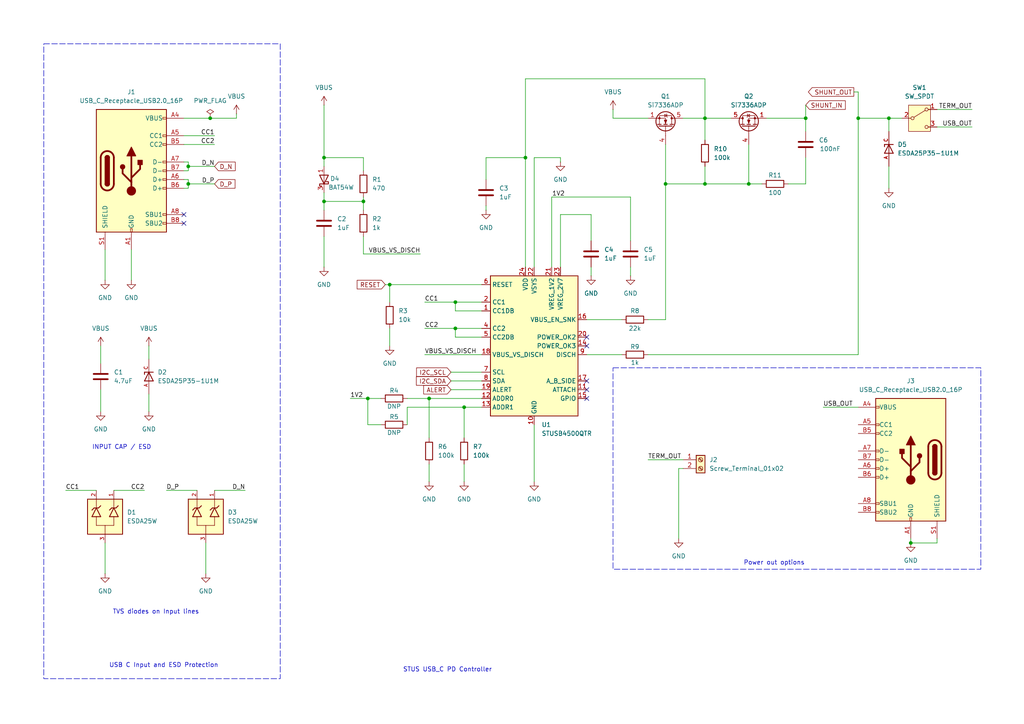
<source format=kicad_sch>
(kicad_sch (version 20250114) (generator "eeschema") (generator_version "9.0")
  (paper "A4")
  (lib_symbols
    (symbol "Connector:Screw_Terminal_01x02" (pin_names (offset 1.016) (hide yes))
      (property "Reference" "J" (at 0 2.54 0))
      (property "Value" "Screw_Terminal_01x02" (at 0 -5.08 0))
      (symbol "Screw_Terminal_01x02_1_1"
        (rectangle (start -1.27 1.27) (end 1.27 -3.81) (stroke (width 0.254)) (fill (type background)))
        (polyline (pts (xy -0.5334 0.3302) (xy 0.3302 -0.508)) (stroke (width 0.1524)))
        (polyline (pts (xy -0.5334 -2.2098) (xy 0.3302 -3.048)) (stroke (width 0.1524)))
        (polyline (pts (xy -0.3556 0.508) (xy 0.508 -0.3302)) (stroke (width 0.1524)))
        (polyline (pts (xy -0.3556 -2.032) (xy 0.508 -2.8702)) (stroke (width 0.1524)))
        (circle (center 0 0) (radius 0.635) (stroke (width 0.1524)))
        (circle (center 0 -2.54) (radius 0.635) (stroke (width 0.1524)))
        (pin passive line (at -5.08 0 0) (length 3.81) (name "Pin_1") (number "1"))
        (pin passive line (at -5.08 -2.54 0) (length 3.81) (name "Pin_2") (number "2"))
      )
    )
    (symbol "Connector:USB_C_Receptacle_USB2.0_16P" (pin_names (offset 1.016))
      (property "Reference" "J" (at 0 22.225 0))
      (property "Value" "USB_C_Receptacle_USB2.0_16P" (at 0 19.685 0))
      (symbol "USB_C_Receptacle_USB2.0_16P_0_0"
        (rectangle (start -0.254 -17.78) (end 0.254 -16.764))
        (rectangle (start 10.16 15.494) (end 9.144 14.986))
        (rectangle (start 10.16 10.414) (end 9.144 9.906))
        (rectangle (start 10.16 7.874) (end 9.144 7.366))
        (rectangle (start 10.16 2.794) (end 9.144 2.286))
        (rectangle (start 10.16 0.254) (end 9.144 -0.254))
        (rectangle (start 10.16 -2.286) (end 9.144 -2.794))
        (rectangle (start 10.16 -4.826) (end 9.144 -5.334))
        (rectangle (start 10.16 -12.446) (end 9.144 -12.954))
        (rectangle (start 10.16 -14.986) (end 9.144 -15.494))
      )
      (symbol "USB_C_Receptacle_USB2.0_16P_0_1"
        (rectangle (start -10.16 17.78) (end 10.16 -17.78) (stroke (width 0.254)) (fill (type background)))
        (polyline (pts (xy -8.89 -3.81) (xy -8.89 3.81)) (stroke (width 0.508)))
        (rectangle (start -7.62 -3.81) (end -6.35 3.81) (stroke (width 0.254)) (fill (type outline)))
        (arc (start -7.62 3.81) (mid -6.985 4.4423) (end -6.35 3.81) (stroke (width 0.254)))
        (arc (start -7.62 3.81) (mid -6.985 4.4423) (end -6.35 3.81) (stroke (width 0.254)) (fill (type outline)))
        (arc (start -8.89 3.81) (mid -6.985 5.7067) (end -5.08 3.81) (stroke (width 0.508)))
        (arc (start -5.08 -3.81) (mid -6.985 -5.7067) (end -8.89 -3.81) (stroke (width 0.508)))
        (arc (start -6.35 -3.81) (mid -6.985 -4.4423) (end -7.62 -3.81) (stroke (width 0.254)))
        (arc (start -6.35 -3.81) (mid -6.985 -4.4423) (end -7.62 -3.81) (stroke (width 0.254)) (fill (type outline)))
        (polyline (pts (xy -5.08 3.81) (xy -5.08 -3.81)) (stroke (width 0.508)))
        (circle (center -2.54 1.143) (radius 0.635) (stroke (width 0.254)) (fill (type outline)))
        (polyline (pts (xy -1.27 4.318) (xy 0 6.858) (xy 1.27 4.318) (xy -1.27 4.318)) (stroke (width 0.254)) (fill (type outline)))
        (polyline (pts (xy 0 -2.032) (xy 2.54 0.508) (xy 2.54 1.778)) (stroke (width 0.508)))
        (polyline (pts (xy 0 -3.302) (xy -2.54 -0.762) (xy -2.54 0.508)) (stroke (width 0.508)))
        (polyline (pts (xy 0 -5.842) (xy 0 4.318)) (stroke (width 0.508)))
        (circle (center 0 -5.842) (radius 1.27) (fill (type outline)))
        (rectangle (start 1.905 1.778) (end 3.175 3.048) (stroke (width 0.254)) (fill (type outline)))
      )
      (symbol "USB_C_Receptacle_USB2.0_16P_1_1"
        (pin passive line (at -7.62 -22.86 90) (length 5.08) (name "SHIELD") (number "S1"))
        (pin passive line (at 0 -22.86 90) (length 5.08) (name "GND") (number "A1"))
        (pin passive line (at 0 -22.86 90) (length 5.08) (hide yes) (name "GND") (number "A12"))
        (pin passive line (at 0 -22.86 90) (length 5.08) (hide yes) (name "GND") (number "B1"))
        (pin passive line (at 0 -22.86 90) (length 5.08) (hide yes) (name "GND") (number "B12"))
        (pin passive line (at 15.24 15.24 180) (length 5.08) (name "VBUS") (number "A4"))
        (pin passive line (at 15.24 15.24 180) (length 5.08) (hide yes) (name "VBUS") (number "A9"))
        (pin passive line (at 15.24 15.24 180) (length 5.08) (hide yes) (name "VBUS") (number "B4"))
        (pin passive line (at 15.24 15.24 180) (length 5.08) (hide yes) (name "VBUS") (number "B9"))
        (pin bidirectional line (at 15.24 10.16 180) (length 5.08) (name "CC1") (number "A5"))
        (pin bidirectional line (at 15.24 7.62 180) (length 5.08) (name "CC2") (number "B5"))
        (pin bidirectional line (at 15.24 2.54 180) (length 5.08) (name "D-") (number "A7"))
        (pin bidirectional line (at 15.24 0 180) (length 5.08) (name "D-") (number "B7"))
        (pin bidirectional line (at 15.24 -2.54 180) (length 5.08) (name "D+") (number "A6"))
        (pin bidirectional line (at 15.24 -5.08 180) (length 5.08) (name "D+") (number "B6"))
        (pin bidirectional line (at 15.24 -12.7 180) (length 5.08) (name "SBU1") (number "A8"))
        (pin bidirectional line (at 15.24 -15.24 180) (length 5.08) (name "SBU2") (number "B8"))
      )
    )
    (symbol "Device:C" (pin_numbers (hide yes)) (pin_names (offset 0.254))
      (property "Reference" "C" (at 0.635 2.54 0))
      (property "Value" "C" (at 0.635 -2.54 0))
      (symbol "C_0_1"
        (polyline (pts (xy -2.032 0.762) (xy 2.032 0.762)) (stroke (width 0.508)))
        (polyline (pts (xy -2.032 -0.762) (xy 2.032 -0.762)) (stroke (width 0.508)))
      )
      (symbol "C_1_1"
        (pin passive line (at 0 3.81 270) (length 2.794) (name "~") (number "1"))
        (pin passive line (at 0 -3.81 90) (length 2.794) (name "~") (number "2"))
      )
    )
    (symbol "Device:R" (pin_numbers (hide yes)) (pin_names (offset 0))
      (property "Reference" "R" (at 2.032 0 90))
      (property "Value" "R" (at 0 0 90))
      (symbol "R_0_1"
        (rectangle (start -1.016 -2.54) (end 1.016 2.54) (stroke (width 0.254)))
      )
      (symbol "R_1_1"
        (pin passive line (at 0 3.81 270) (length 1.27) (name "~") (number "1"))
        (pin passive line (at 0 -3.81 90) (length 1.27) (name "~") (number "2"))
      )
    )
    (symbol "Diode:BAT54W" (pin_names (offset 1.016) (hide yes))
      (property "Reference" "D" (at 0 2.54 0))
      (property "Value" "BAT54W" (at 0 -2.54 0))
      (symbol "BAT54W_0_1"
        (polyline (pts (xy -1.905 0.635) (xy -1.905 1.27) (xy -1.27 1.27) (xy -1.27 -1.27) (xy -0.635 -1.27) (xy -0.635 -0.635)) (stroke (width 0.254)))
        (polyline (pts (xy 1.27 1.27) (xy 1.27 -1.27) (xy -1.27 0) (xy 1.27 1.27)) (stroke (width 0.254)))
        (polyline (pts (xy 1.27 0) (xy -1.27 0)))
      )
      (symbol "BAT54W_1_1"
        (pin passive line (at -3.81 0 0) (length 2.54) (name "K") (number "3"))
        (pin no_connect line (at 0 0 90) (length 2.54) (hide yes) (name "NC") (number "2"))
        (pin passive line (at 3.81 0 180) (length 2.54) (name "A") (number "1"))
      )
    )
    (symbol "ESDA25P35-1U1M:ESDA25P35-1U1M" (pin_names (offset 1.016))
      (property "Reference" "D" (at -5.0835 2.4159 0))
      (property "Value" "ESDA25P35-1U1M" (at -5.0854 -4.9611 0))
      (symbol "ESDA25P35-1U1M_0_0"
        (polyline (pts (xy -1.27 0) (xy -1.27 1.27)) (stroke (width 0.254)))
        (polyline (pts (xy -1.27 0) (xy 1.27 -1.27)) (stroke (width 0.254)))
        (polyline (pts (xy -1.27 -1.27) (xy -1.27 0)) (stroke (width 0.254)))
        (polyline (pts (xy -0.635 -1.27) (xy -1.27 -1.27)) (stroke (width 0.254)))
        (polyline (pts (xy 1.27 1.27) (xy -1.27 0)) (stroke (width 0.254)))
        (polyline (pts (xy 1.27 -1.27) (xy 1.27 1.27)) (stroke (width 0.254)))
        (pin passive line (at -5.08 0 0) (length 5.08) (name "~") (number "C"))
        (pin passive line (at 5.08 0 180) (length 5.08) (name "~") (number "A"))
      )
    )
    (symbol "ESDA25W:ESDA25W" (pin_names (offset 1.016))
      (property "Reference" "D" (at -5.08 6.35 0))
      (property "Value" "ESDA25W" (at -5.08 -6.35 0))
      (symbol "ESDA25W_0_0"
        (polyline (pts (xy -5.08 2.54) (xy -2.54 2.54)) (stroke (width 0.1524)))
        (polyline (pts (xy -5.08 -2.54) (xy -2.54 -2.54)) (stroke (width 0.1524)))
        (rectangle (start -5.08 -5.08) (end 5.08 5.08) (stroke (width 0.254)) (fill (type background)))
        (polyline (pts (xy -3.175 3.81) (xy -2.54 3.175)) (stroke (width 0.254)))
        (polyline (pts (xy -3.175 -1.27) (xy -2.54 -1.905)) (stroke (width 0.254)))
        (polyline (pts (xy -2.54 3.175) (xy -2.54 2.54)) (stroke (width 0.254)))
        (polyline (pts (xy -2.54 2.54) (xy -2.54 1.905)) (stroke (width 0.254)))
        (polyline (pts (xy -2.54 2.54) (xy 0 3.81)) (stroke (width 0.254)))
        (polyline (pts (xy -2.54 1.905) (xy -1.905 1.27)) (stroke (width 0.254)))
        (polyline (pts (xy -2.54 -1.905) (xy -2.54 -2.54)) (stroke (width 0.254)))
        (polyline (pts (xy -2.54 -2.54) (xy -2.54 -3.175)) (stroke (width 0.254)))
        (polyline (pts (xy -2.54 -2.54) (xy 0 -1.27)) (stroke (width 0.254)))
        (polyline (pts (xy -2.54 -3.175) (xy -1.905 -3.81)) (stroke (width 0.254)))
        (polyline (pts (xy 0 3.81) (xy 0 2.54)) (stroke (width 0.254)))
        (polyline (pts (xy 0 2.54) (xy 0 1.27)) (stroke (width 0.254)))
        (polyline (pts (xy 0 1.27) (xy -2.54 2.54)) (stroke (width 0.254)))
        (polyline (pts (xy 0 -1.27) (xy 0 -2.54)) (stroke (width 0.254)))
        (polyline (pts (xy 0 -2.54) (xy 0 -3.81)) (stroke (width 0.254)))
        (polyline (pts (xy 0 -3.81) (xy -2.54 -2.54)) (stroke (width 0.254)))
        (polyline (pts (xy 2.54 2.54) (xy 0 2.54)) (stroke (width 0.1524)))
        (polyline (pts (xy 2.54 0) (xy 2.54 2.54)) (stroke (width 0.1524)))
        (polyline (pts (xy 2.54 0) (xy 5.08 0)) (stroke (width 0.1524)))
        (polyline (pts (xy 2.54 -2.54) (xy 0 -2.54)) (stroke (width 0.1524)))
        (polyline (pts (xy 2.54 -2.54) (xy 2.54 0)) (stroke (width 0.1524)))
        (pin passive line (at -7.62 2.54 0) (length 2.54) (name "~") (number "1"))
        (pin passive line (at -7.62 -2.54 0) (length 2.54) (name "~") (number "2"))
        (pin passive line (at 7.62 0 180) (length 2.54) (name "~") (number "3"))
      )
    )
    (symbol "Interface_USB:STUSB4500QTR"
      (property "Reference" "U" (at -12.7 21.59 0))
      (property "Value" "STUSB4500QTR" (at 8.89 -21.59 0))
      (symbol "STUSB4500QTR_0_1"
        (rectangle (start -12.7 20.32) (end 12.7 -20.32) (stroke (width 0.254)) (fill (type background)))
      )
      (symbol "STUSB4500QTR_1_1"
        (pin input line (at -15.24 17.78 0) (length 2.54) (name "RESET") (number "6"))
        (pin bidirectional line (at -15.24 12.7 0) (length 2.54) (name "CC1") (number "2"))
        (pin bidirectional line (at -15.24 10.16 0) (length 2.54) (name "CC1DB") (number "1"))
        (pin bidirectional line (at -15.24 5.08 0) (length 2.54) (name "CC2") (number "4"))
        (pin bidirectional line (at -15.24 2.54 0) (length 2.54) (name "CC2DB") (number "5"))
        (pin input line (at -15.24 -2.54 0) (length 2.54) (name "VBUS_VS_DISCH") (number "18"))
        (pin input line (at -15.24 -7.62 0) (length 2.54) (name "SCL") (number "7"))
        (pin bidirectional line (at -15.24 -10.16 0) (length 2.54) (name "SDA") (number "8"))
        (pin open_collector line (at -15.24 -12.7 0) (length 2.54) (name "ALERT") (number "19"))
        (pin input line (at -15.24 -15.24 0) (length 2.54) (name "ADDR0") (number "12"))
        (pin input line (at -15.24 -17.78 0) (length 2.54) (name "ADDR1") (number "13"))
        (pin no_connect line (at -12.7 15.24 0) (length 2.54) (hide yes) (name "NC") (number "3"))
        (pin power_in line (at -2.54 22.86 270) (length 2.54) (name "VDD") (number "24"))
        (pin power_in line (at 0 22.86 270) (length 2.54) (name "VSYS") (number "22"))
        (pin power_in line (at 0 -22.86 90) (length 2.54) (name "GND") (number "10"))
        (pin passive line (at 0 -22.86 90) (length 2.54) (hide yes) (name "GND") (number "25"))
        (pin power_out line (at 5.08 22.86 270) (length 2.54) (name "VREG_1V2") (number "21"))
        (pin power_out line (at 7.62 22.86 270) (length 2.54) (name "VREG_2V7") (number "23"))
        (pin open_collector line (at 15.24 7.62 180) (length 2.54) (name "VBUS_EN_SNK") (number "16"))
        (pin open_collector line (at 15.24 2.54 180) (length 2.54) (name "POWER_OK2") (number "20"))
        (pin open_collector line (at 15.24 0 180) (length 2.54) (name "POWER_OK3") (number "14"))
        (pin bidirectional line (at 15.24 -2.54 180) (length 2.54) (name "DISCH") (number "9"))
        (pin open_collector line (at 15.24 -10.16 180) (length 2.54) (name "A_B_SIDE") (number "17"))
        (pin open_collector line (at 15.24 -12.7 180) (length 2.54) (name "ATTACH") (number "11"))
        (pin open_collector line (at 15.24 -15.24 180) (length 2.54) (name "GPIO") (number "15"))
      )
    )
    (symbol "Switch:SW_SPDT" (pin_names (offset 0) (hide yes))
      (property "Reference" "SW" (at 0 5.08 0))
      (property "Value" "SW_SPDT" (at 0 -5.08 0))
      (symbol "SW_SPDT_0_1"
        (circle (center -2.032 0) (radius 0.4572))
        (polyline (pts (xy -1.651 0.254) (xy 1.651 2.286)))
        (circle (center 2.032 2.54) (radius 0.4572))
        (circle (center 2.032 -2.54) (radius 0.4572))
      )
      (symbol "SW_SPDT_1_1"
        (rectangle (start -3.175 3.81) (end 3.175 -3.81) (fill (type background)))
        (pin passive line (at -5.08 0 0) (length 2.54) (name "B") (number "2"))
        (pin passive line (at 5.08 2.54 180) (length 2.54) (name "A") (number "1"))
        (pin passive line (at 5.08 -2.54 180) (length 2.54) (name "C") (number "3"))
      )
    )
    (symbol "Transistor_FET:Si7336ADP" (pin_names (hide yes))
      (property "Reference" "Q" (at 5.08 1.905 0))
      (property "Value" "Si7336ADP" (at 5.08 0 0))
      (symbol "Si7336ADP_0_1"
        (polyline (pts (xy 0.254 1.905) (xy 0.254 -1.905)) (stroke (width 0.254)))
        (polyline (pts (xy 0.254 0) (xy -2.54 0)))
        (polyline (pts (xy 0.762 2.286) (xy 0.762 1.27)) (stroke (width 0.254)))
        (polyline (pts (xy 0.762 0.508) (xy 0.762 -0.508)) (stroke (width 0.254)))
        (polyline (pts (xy 0.762 -1.27) (xy 0.762 -2.286)) (stroke (width 0.254)))
        (polyline (pts (xy 0.762 -1.778) (xy 3.302 -1.778) (xy 3.302 1.778) (xy 0.762 1.778)))
        (polyline (pts (xy 1.016 0) (xy 2.032 0.381) (xy 2.032 -0.381) (xy 1.016 0)) (fill (type outline)))
        (circle (center 1.651 0) (radius 2.794) (stroke (width 0.254)))
        (polyline (pts (xy 2.54 2.54) (xy 2.54 1.778)))
        (circle (center 2.54 1.778) (radius 0.254) (fill (type outline)))
        (circle (center 2.54 -1.778) (radius 0.254) (fill (type outline)))
        (polyline (pts (xy 2.54 -2.54) (xy 2.54 0) (xy 0.762 0)))
        (polyline (pts (xy 2.794 0.508) (xy 2.921 0.381) (xy 3.683 0.381) (xy 3.81 0.254)))
        (polyline (pts (xy 3.302 0.381) (xy 2.921 -0.254) (xy 3.683 -0.254) (xy 3.302 0.381)))
      )
      (symbol "Si7336ADP_1_1"
        (pin input line (at -5.08 0 0) (length 2.54) (name "G") (number "4"))
        (pin passive line (at 2.54 5.08 270) (length 2.54) (name "D") (number "5"))
        (pin passive line (at 2.54 -5.08 90) (length 2.54) (name "S") (number "1"))
        (pin passive line (at 2.54 -5.08 90) (length 2.54) (hide yes) (name "S") (number "2"))
        (pin passive line (at 2.54 -5.08 90) (length 2.54) (hide yes) (name "S") (number "3"))
      )
    )
    (symbol "power:GND" (power) (pin_numbers (hide yes)) (pin_names (offset 0) (hide yes))
      (property "Value" "GND" (at 0 -3.81 0))
      (symbol "GND_0_1"
        (polyline (pts (xy 0 0) (xy 0 -1.27) (xy 1.27 -1.27) (xy 0 -2.54) (xy -1.27 -1.27) (xy 0 -1.27)))
      )
      (symbol "GND_1_1"
        (pin power_in line (at 0 0 270) (length 0) (name "~") (number "1"))
      )
    )
    (symbol "power:PWR_FLAG" (power) (pin_numbers (hide yes)) (pin_names (offset 0) (hide yes))
      (property "Value" "PWR_FLAG" (at 0 3.81 0))
      (symbol "PWR_FLAG_0_0"
        (pin power_out line (at 0 0 90) (length 0) (name "~") (number "1"))
      )
      (symbol "PWR_FLAG_0_1"
        (polyline (pts (xy 0 0) (xy 0 1.27) (xy -1.016 1.905) (xy 0 2.54) (xy 1.016 1.905) (xy 0 1.27)))
      )
    )
    (symbol "power:VBUS" (power) (pin_numbers (hide yes)) (pin_names (offset 0) (hide yes))
      (property "Value" "VBUS" (at 0 3.556 0))
      (symbol "VBUS_0_1"
        (polyline (pts (xy -0.762 1.27) (xy 0 2.54)))
        (polyline (pts (xy 0 2.54) (xy 0.762 1.27)))
        (polyline (pts (xy 0 0) (xy 0 2.54)))
      )
      (symbol "VBUS_1_1"
        (pin power_in line (at 0 0 90) (length 0) (name "~") (number "1"))
      )
    )
  )
  (rectangle (start 12.7 12.7) (end 81.28 196.85) (stroke (width 0) (type dash)))
  (rectangle (start 177.8 106.68) (end 284.48 165.1) (stroke (width 0) (type dash)))
  (text "Power out options" (at 224.536 163.322 0) (effects (font (size 1.27 1.27))))
  (text "USB C Input and ESD Protection" (at 47.498 193.04 0) (effects (font (size 1.27 1.27))))
  (text "TVS diodes on Input lines" (at 45.212 177.546 0) (effects (font (size 1.27 1.27))))
  (text "INPUT CAP / ESD" (at 35.306 129.794 0) (effects (font (size 1.27 1.27))))
  (text "STUS USB_C PD Controller" (at 129.794 194.31 0) (effects (font (size 1.27 1.27))))
  (junction (at 106.68 115.57))
  (junction (at 204.47 53.34))
  (junction (at 132.08 95.25))
  (junction (at 124.46 115.57))
  (junction (at 54.61 48.26))
  (junction (at 93.98 58.42))
  (junction (at 152.4 45.72))
  (junction (at 113.03 82.55))
  (junction (at 233.68 34.29))
  (junction (at 248.92 34.29))
  (junction (at 257.81 34.29))
  (junction (at 217.17 53.34))
  (junction (at 193.04 53.34))
  (junction (at 132.08 87.63))
  (junction (at 60.96 34.29))
  (junction (at 134.62 118.11))
  (junction (at 264.16 157.48))
  (junction (at 204.47 34.29))
  (junction (at 54.61 53.34))
  (junction (at 105.41 58.42))
  (junction (at 93.98 45.72))
  (no_connect (at 170.18 115.57))
  (no_connect (at 170.18 113.03))
  (no_connect (at 170.18 110.49))
  (no_connect (at 170.18 100.33))
  (no_connect (at 53.34 62.23))
  (no_connect (at 170.18 97.79))
  (no_connect (at 53.34 64.77))
  (wire (pts (xy 139.7 97.79) (xy 132.08 97.79)))
  (wire (pts (xy 233.68 30.48) (xy 233.68 34.29)))
  (wire (pts (xy 162.56 62.23) (xy 171.45 62.23)))
  (wire (pts (xy 43.18 114.3) (xy 43.18 119.38)))
  (wire (pts (xy 62.23 142.24) (xy 71.12 142.24)))
  (wire (pts (xy 30.48 72.39) (xy 30.48 81.28)))
  (wire (pts (xy 29.21 113.03) (xy 29.21 119.38)))
  (wire (pts (xy 54.61 53.34) (xy 62.23 53.34)))
  (wire (pts (xy 140.97 45.72) (xy 152.4 45.72)))
  (wire (pts (xy 154.94 123.19) (xy 154.94 139.7)))
  (wire (pts (xy 177.8 34.29) (xy 187.96 34.29)))
  (wire (pts (xy 111.76 82.55) (xy 113.03 82.55)))
  (wire (pts (xy 105.41 58.42) (xy 105.41 60.96)))
  (wire (pts (xy 248.92 118.11) (xy 238.76 118.11)))
  (wire (pts (xy 118.11 118.11) (xy 118.11 123.19)))
  (wire (pts (xy 132.08 95.25) (xy 139.7 95.25)))
  (wire (pts (xy 152.4 22.86) (xy 152.4 45.72)))
  (wire (pts (xy 257.81 34.29) (xy 261.62 34.29)))
  (wire (pts (xy 105.41 45.72) (xy 93.98 45.72)))
  (wire (pts (xy 93.98 55.88) (xy 93.98 58.42)))
  (wire (pts (xy 101.6 115.57) (xy 106.68 115.57)))
  (wire (pts (xy 171.45 77.47) (xy 171.45 80.01)))
  (wire (pts (xy 38.1 72.39) (xy 38.1 81.28)))
  (wire (pts (xy 93.98 30.48) (xy 93.98 45.72)))
  (wire (pts (xy 132.08 90.17) (xy 132.08 87.63)))
  (wire (pts (xy 204.47 22.86) (xy 204.47 34.29)))
  (wire (pts (xy 233.68 34.29) (xy 233.68 38.1)))
  (wire (pts (xy 182.88 57.15) (xy 182.88 69.85)))
  (wire (pts (xy 121.92 73.66) (xy 105.41 73.66)))
  (wire (pts (xy 29.21 100.33) (xy 29.21 105.41)))
  (wire (pts (xy 106.68 123.19) (xy 110.49 123.19)))
  (wire (pts (xy 113.03 82.55) (xy 139.7 82.55)))
  (wire (pts (xy 193.04 53.34) (xy 193.04 92.71)))
  (wire (pts (xy 152.4 22.86) (xy 204.47 22.86)))
  (wire (pts (xy 187.96 102.87) (xy 248.92 102.87)))
  (wire (pts (xy 257.81 34.29) (xy 257.81 38.1)))
  (wire (pts (xy 257.81 48.26) (xy 257.81 54.61)))
  (wire (pts (xy 132.08 97.79) (xy 132.08 95.25)))
  (wire (pts (xy 93.98 45.72) (xy 93.98 48.26)))
  (wire (pts (xy 139.7 90.17) (xy 132.08 90.17)))
  (wire (pts (xy 160.02 57.15) (xy 160.02 77.47)))
  (wire (pts (xy 170.18 102.87) (xy 180.34 102.87)))
  (wire (pts (xy 171.45 62.23) (xy 171.45 69.85)))
  (wire (pts (xy 130.81 107.95) (xy 139.7 107.95)))
  (wire (pts (xy 271.78 31.75) (xy 281.94 31.75)))
  (wire (pts (xy 162.56 77.47) (xy 162.56 62.23)))
  (wire (pts (xy 204.47 40.64) (xy 204.47 34.29)))
  (wire (pts (xy 193.04 41.91) (xy 193.04 53.34)))
  (wire (pts (xy 264.16 156.21) (xy 264.16 157.48)))
  (wire (pts (xy 105.41 68.58) (xy 105.41 73.66)))
  (wire (pts (xy 248.92 34.29) (xy 257.81 34.29)))
  (wire (pts (xy 53.34 54.61) (xy 54.61 54.61)))
  (wire (pts (xy 271.78 157.48) (xy 271.78 156.21)))
  (wire (pts (xy 139.7 118.11) (xy 134.62 118.11)))
  (wire (pts (xy 180.34 92.71) (xy 170.18 92.71)))
  (wire (pts (xy 93.98 58.42) (xy 93.98 60.96)))
  (wire (pts (xy 193.04 92.71) (xy 187.96 92.71)))
  (wire (pts (xy 59.69 157.48) (xy 59.69 166.37)))
  (wire (pts (xy 105.41 58.42) (xy 93.98 58.42)))
  (wire (pts (xy 124.46 115.57) (xy 124.46 127)))
  (wire (pts (xy 106.68 115.57) (xy 110.49 115.57)))
  (wire (pts (xy 123.19 95.25) (xy 132.08 95.25)))
  (wire (pts (xy 27.94 142.24) (xy 19.05 142.24)))
  (wire (pts (xy 134.62 118.11) (xy 118.11 118.11)))
  (wire (pts (xy 53.34 34.29) (xy 60.96 34.29)))
  (wire (pts (xy 140.97 52.07) (xy 140.97 45.72)))
  (wire (pts (xy 113.03 82.55) (xy 113.03 87.63)))
  (wire (pts (xy 264.16 157.48) (xy 271.78 157.48)))
  (wire (pts (xy 154.94 45.72) (xy 162.56 45.72)))
  (wire (pts (xy 140.97 59.69) (xy 140.97 60.96)))
  (wire (pts (xy 160.02 57.15) (xy 182.88 57.15)))
  (wire (pts (xy 124.46 134.62) (xy 124.46 139.7)))
  (wire (pts (xy 152.4 45.72) (xy 152.4 77.47)))
  (wire (pts (xy 154.94 77.47) (xy 154.94 45.72)))
  (wire (pts (xy 53.34 39.37) (xy 62.23 39.37)))
  (wire (pts (xy 222.25 34.29) (xy 233.68 34.29)))
  (wire (pts (xy 204.47 53.34) (xy 217.17 53.34)))
  (wire (pts (xy 54.61 46.99) (xy 54.61 48.26)))
  (wire (pts (xy 182.88 80.01) (xy 182.88 77.47)))
  (wire (pts (xy 196.85 135.89) (xy 198.12 135.89)))
  (wire (pts (xy 217.17 53.34) (xy 217.17 41.91)))
  (wire (pts (xy 130.81 113.03) (xy 139.7 113.03)))
  (wire (pts (xy 54.61 49.53) (xy 53.34 49.53)))
  (wire (pts (xy 204.47 34.29) (xy 212.09 34.29)))
  (wire (pts (xy 162.56 45.72) (xy 162.56 46.99)))
  (wire (pts (xy 30.48 157.48) (xy 30.48 166.37)))
  (wire (pts (xy 113.03 95.25) (xy 113.03 100.33)))
  (wire (pts (xy 105.41 49.53) (xy 105.41 45.72)))
  (wire (pts (xy 247.65 26.67) (xy 248.92 26.67)))
  (wire (pts (xy 193.04 53.34) (xy 204.47 53.34)))
  (wire (pts (xy 53.34 46.99) (xy 54.61 46.99)))
  (wire (pts (xy 54.61 53.34) (xy 54.61 54.61)))
  (wire (pts (xy 118.11 115.57) (xy 124.46 115.57)))
  (wire (pts (xy 57.15 142.24) (xy 48.26 142.24)))
  (wire (pts (xy 33.02 142.24) (xy 41.91 142.24)))
  (wire (pts (xy 54.61 48.26) (xy 54.61 49.53)))
  (wire (pts (xy 134.62 118.11) (xy 134.62 127)))
  (wire (pts (xy 43.18 100.33) (xy 43.18 104.14)))
  (wire (pts (xy 105.41 57.15) (xy 105.41 58.42)))
  (wire (pts (xy 106.68 115.57) (xy 106.68 123.19)))
  (wire (pts (xy 54.61 52.07) (xy 54.61 53.34)))
  (wire (pts (xy 198.12 34.29) (xy 204.47 34.29)))
  (wire (pts (xy 60.96 34.29) (xy 68.58 34.29)))
  (wire (pts (xy 68.58 34.29) (xy 68.58 33.02)))
  (wire (pts (xy 233.68 45.72) (xy 233.68 53.34)))
  (wire (pts (xy 196.85 156.21) (xy 196.85 135.89)))
  (wire (pts (xy 124.46 115.57) (xy 139.7 115.57)))
  (wire (pts (xy 248.92 26.67) (xy 248.92 34.29)))
  (wire (pts (xy 132.08 87.63) (xy 139.7 87.63)))
  (wire (pts (xy 198.12 133.35) (xy 187.96 133.35)))
  (wire (pts (xy 177.8 31.75) (xy 177.8 34.29)))
  (wire (pts (xy 271.78 36.83) (xy 281.94 36.83)))
  (wire (pts (xy 53.34 52.07) (xy 54.61 52.07)))
  (wire (pts (xy 93.98 68.58) (xy 93.98 77.47)))
  (wire (pts (xy 130.81 110.49) (xy 139.7 110.49)))
  (wire (pts (xy 228.6 53.34) (xy 233.68 53.34)))
  (wire (pts (xy 248.92 34.29) (xy 248.92 102.87)))
  (wire (pts (xy 54.61 48.26) (xy 62.23 48.26)))
  (wire (pts (xy 134.62 134.62) (xy 134.62 139.7)))
  (wire (pts (xy 123.19 102.87) (xy 139.7 102.87)))
  (wire (pts (xy 204.47 53.34) (xy 204.47 48.26)))
  (wire (pts (xy 132.08 87.63) (xy 123.19 87.63)))
  (wire (pts (xy 217.17 53.34) (xy 220.98 53.34)))
  (wire (pts (xy 53.34 41.91) (xy 62.23 41.91)))
  (label "D_N" (at 71.12 142.24 180))
  (label "TERM_OUT" (at 187.96 133.35 0))
  (label "CC1" (at 123.19 87.63 0))
  (label "VBUS_VS_DISCH" (at 123.19 102.87 0))
  (label "USB_OUT" (at 238.76 118.11 0))
  (label "TERM_OUT" (at 281.94 31.75 180))
  (label "CC1" (at 62.23 39.37 180))
  (label "USB_OUT" (at 281.94 36.83 180))
  (label "1V2" (at 163.83 57.15 180))
  (label "CC2" (at 123.19 95.25 0))
  (label "VBUS_VS_DISCH" (at 121.92 73.66 180))
  (label "CC2" (at 41.91 142.24 180))
  (label "CC1" (at 19.05 142.24 0))
  (label "D_P" (at 48.26 142.24 0))
  (label "D_N" (at 62.23 48.26 180))
  (label "D_P" (at 62.23 53.34 180))
  (label "1V2" (at 101.6 115.57 0))
  (label "CC2" (at 62.23 41.91 180))
  (global_label "I2C_SCL" (shape input) (at 130.81 107.95 180) (property "Intersheetrefs" "${INTERSHEET_REFS}" (effects (hide yes))))
  (global_label "I2C_SDA" (shape input) (at 130.81 110.49 180) (property "Intersheetrefs" "${INTERSHEET_REFS}" (effects (hide yes))))
  (global_label "D_P" (shape input) (at 62.23 53.34 0) (property "Intersheetrefs" "${INTERSHEET_REFS}" (effects (hide yes))))
  (global_label "SHUNT_OUT" (shape output) (at 247.65 26.67 180) (property "Intersheetrefs" "${INTERSHEET_REFS}" (effects (hide yes))))
  (global_label "RESET" (shape input) (at 111.76 82.55 180) (property "Intersheetrefs" "${INTERSHEET_REFS}" (effects (hide yes))))
  (global_label "D_N" (shape input) (at 62.23 48.26 0) (property "Intersheetrefs" "${INTERSHEET_REFS}" (effects (hide yes))))
  (global_label "ALERT" (shape input) (at 130.81 113.03 180) (property "Intersheetrefs" "${INTERSHEET_REFS}" (effects (hide yes))))
  (global_label "SHUNT_IN" (shape input) (at 233.68 30.48 0) (property "Intersheetrefs" "${INTERSHEET_REFS}" (effects (hide yes))))
  (symbol (lib_id "Connector:USB_C_Receptacle_USB2.0_16P") (at 38.1 49.53 0) (unit 1)
    (property "Reference" "J1" (at 38.1 26.67 0))
    (property "Value" "USB_C_Receptacle_USB2.0_16P" (at 38.1 29.21 0))
    (property "Footprint" "Connector_USB:USB_C_Receptacle_GCT_USB4085" (effects (hide yes)))
    (property "Datasheet" "https://www.usb.org/sites/default/files/documents/usb_type-c.zip" (effects (hide yes)))
    (property "Description" "USB 2.0-only 16P Type-C Receptacle connector" (effects (hide yes)))
  )
  (symbol (lib_id "ESDA25P35-1U1M:ESDA25P35-1U1M") (at 257.81 43.18 270) (unit 1)
    (property "Reference" "D5" (at 260.35 41.9099 90) (effects (justify left)))
    (property "Value" "ESDA25P35-1U1M" (at 260.35 44.4499 90) (effects (justify left)))
    (property "Footprint" "ESDA25P35-1U1M:TVS_ESDA25P35-1U1M" (effects (hide yes)))
    (property "Description" "41V Clamp 35A (8/20µs) Ipp Tvs Diode Surface Mount 1610" (effects (hide yes)))
    (property "MAXIMUM_PACKAGE_HEIGHT" "0.6 mm" (effects (hide yes)))
    (property "MFR1" "STMicroelectronics" (effects (hide yes)))
    (property "MPN1" "ESDA25P35-1U1M" (effects (hide yes)))
  )
  (symbol (lib_id "Device:R") (at 124.46 130.81 0) (unit 1)
    (property "Reference" "R6" (at 127 129.5399 0) (effects (justify left)))
    (property "Value" "100k" (at 127 132.0799 0) (effects (justify left)))
    (property "Footprint" "Resistor_SMD:R_0805_2012Metric" (effects (hide yes)))
    (property "Description" "Resistor" (effects (hide yes)))
  )
  (symbol (lib_id "ESDA25W:ESDA25W") (at 30.48 149.86 270) (unit 1)
    (property "Reference" "D1" (at 36.83 148.5899 90) (effects (justify left)))
    (property "Value" "ESDA25W" (at 36.83 151.1299 90) (effects (justify left)))
    (property "Footprint" "ESDA25W:SOT65P210X110-3N" (effects (hide yes)))
    (property "Description" "- Clamp - Ipp Tvs Diode Surface Mount SOT-323-5" (effects (hide yes)))
    (property "MAXIMUM_PACKAGE_HEIGHT" "1.1 mm" (effects (hide yes)))
    (property "Package" "SOT-323 STMicroelectronics" (effects (hide yes)))
    (property "STANDARD" "IPC 7351B" (effects (hide yes)))
    (property "MPN1" "ESDA25W" (effects (hide yes)))
    (property "MFR1" "STMicroelectronics" (effects (hide yes)))
  )
  (symbol (lib_id "Device:C") (at 29.21 109.22 0) (unit 1)
    (property "Reference" "C1" (at 33.02 107.9499 0) (effects (justify left)))
    (property "Value" "4.7uF" (at 33.02 110.4899 0) (effects (justify left)))
    (property "Footprint" "Project_Footprints:C_0805_2012Metric" (effects (hide yes)))
    (property "Description" "Unpolarized capacitor" (effects (hide yes)))
  )
  (symbol (lib_id "Connector:Screw_Terminal_01x02") (at 203.2 133.35 0) (unit 1)
    (property "Reference" "J2" (at 205.74 133.3499 0) (effects (justify left)))
    (property "Value" "Screw_Terminal_01x02" (at 205.74 135.8899 0) (effects (justify left)))
    (property "Footprint" "TerminalBlock_Phoenix:TerminalBlock_Phoenix_MKDS-1,5-2-5.08_1x02_P5.08mm_Horizontal" (effects (hide yes)))
    (property "Description" "Generic screw terminal, single row, 01x02, script generated (kicad-library-utils/schlib/autogen/connector/)" (effects (hide yes)))
    (property "MFR1" "Phoenix Contact" (effects (hide yes)))
    (property "MPN1" "MKDSN 1,5/2-5,08" (effects (hide yes)))
  )
  (symbol (lib_id "Device:R") (at 105.41 64.77 0) (unit 1)
    (property "Reference" "R2" (at 107.95 63.4999 0) (effects (justify left)))
    (property "Value" "1k" (at 107.95 66.0399 0) (effects (justify left)))
    (property "Footprint" "Project_Footprints:R_0805_2012Metric" (effects (hide yes)))
    (property "Description" "Resistor" (effects (hide yes)))
  )
  (symbol (lib_id "power:GND") (at 93.98 77.47 0) (unit 1)
    (property "Reference" "#PWR011" (effects (hide yes)))
    (property "Value" "GND" (at 93.98 82.55 0))
    (property "Description" "Power symbol creates a global label with name \"GND\" , ground" (effects (hide yes)))
  )
  (symbol (lib_id "power:GND") (at 264.16 157.48 0) (unit 1)
    (property "Reference" "#PWR023" (effects (hide yes)))
    (property "Value" "GND" (at 264.16 162.56 0))
    (property "Description" "Power symbol creates a global label with name \"GND\" , ground" (effects (hide yes)))
  )
  (symbol (lib_id "ESDA25W:ESDA25W") (at 59.69 149.86 270) (unit 1)
    (property "Reference" "D3" (at 66.04 148.5899 90) (effects (justify left)))
    (property "Value" "ESDA25W" (at 66.04 151.1299 90) (effects (justify left)))
    (property "Footprint" "ESDA25W:SOT65P210X110-3N" (effects (hide yes)))
    (property "Description" "- Clamp - Ipp Tvs Diode Surface Mount SOT-323-5" (effects (hide yes)))
    (property "MAXIMUM_PACKAGE_HEIGHT" "1.1 mm" (effects (hide yes)))
    (property "Package" "SOT-323 STMicroelectronics" (effects (hide yes)))
    (property "STANDARD" "IPC 7351B" (effects (hide yes)))
    (property "MPN1" "ESDA25W" (effects (hide yes)))
    (property "MFR1" "STMicroelectronics" (effects (hide yes)))
  )
  (symbol (lib_id "power:VBUS") (at 68.58 33.02 0) (unit 1)
    (property "Reference" "#PWR09" (effects (hide yes)))
    (property "Value" "VBUS" (at 68.58 27.94 0))
    (property "Description" "Power symbol creates a global label with name \"VBUS\"" (effects (hide yes)))
  )
  (symbol (lib_id "Device:R") (at 114.3 123.19 90) (unit 1)
    (property "Reference" "R5" (at 114.3 120.904 90))
    (property "Value" "DNP" (at 114.3 125.476 90))
    (property "Footprint" "Resistor_SMD:R_0805_2012Metric" (effects (hide yes)))
    (property "Description" "Resistor" (effects (hide yes)))
  )
  (symbol (lib_id "power:VBUS") (at 43.18 100.33 0) (unit 1)
    (property "Reference" "#PWR06" (effects (hide yes)))
    (property "Value" "VBUS" (at 43.18 95.25 0))
    (property "Description" "Power symbol creates a global label with name \"VBUS\"" (effects (hide yes)))
  )
  (symbol (lib_id "power:GND") (at 30.48 81.28 0) (unit 1)
    (property "Reference" "#PWR03" (effects (hide yes)))
    (property "Value" "GND" (at 30.48 86.36 0))
    (property "Description" "Power symbol creates a global label with name \"GND\" , ground" (effects (hide yes)))
  )
  (symbol (lib_id "power:GND") (at 113.03 100.33 0) (unit 1)
    (property "Reference" "#PWR012" (effects (hide yes)))
    (property "Value" "GND" (at 113.03 105.41 0))
    (property "Description" "Power symbol creates a global label with name \"GND\" , ground" (effects (hide yes)))
  )
  (symbol (lib_id "Device:C") (at 93.98 64.77 0) (unit 1)
    (property "Reference" "C2" (at 97.79 63.4999 0) (effects (justify left)))
    (property "Value" "1uF" (at 97.79 66.0399 0) (effects (justify left)))
    (property "Footprint" "Project_Footprints:C_0805_2012Metric" (effects (hide yes)))
    (property "Description" "Unpolarized capacitor" (effects (hide yes)))
  )
  (symbol (lib_id "power:GND") (at 134.62 139.7 0) (unit 1)
    (property "Reference" "#PWR014" (effects (hide yes)))
    (property "Value" "GND" (at 134.62 144.78 0))
    (property "Description" "Power symbol creates a global label with name \"GND\" , ground" (effects (hide yes)))
  )
  (symbol (lib_id "power:GND") (at 30.48 166.37 0) (unit 1)
    (property "Reference" "#PWR04" (effects (hide yes)))
    (property "Value" "GND" (at 30.48 171.45 0))
    (property "Description" "Power symbol creates a global label with name \"GND\" , ground" (effects (hide yes)))
  )
  (symbol (lib_id "power:GND") (at 29.21 119.38 0) (unit 1)
    (property "Reference" "#PWR02" (effects (hide yes)))
    (property "Value" "GND" (at 29.21 124.46 0))
    (property "Description" "Power symbol creates a global label with name \"GND\" , ground" (effects (hide yes)))
  )
  (symbol (lib_id "Connector:USB_C_Receptacle_USB2.0_16P") (at 264.16 133.35 0) (mirror y) (unit 1)
    (property "Reference" "J3" (at 264.16 110.49 0))
    (property "Value" "USB_C_Receptacle_USB2.0_16P" (at 264.16 113.03 0))
    (property "Footprint" "Connector_USB:USB_C_Receptacle_GCT_USB4085" (effects (hide yes)))
    (property "Datasheet" "https://www.usb.org/sites/default/files/documents/usb_type-c.zip" (effects (hide yes)))
    (property "Description" "USB 2.0-only 16P Type-C Receptacle connector" (effects (hide yes)))
  )
  (symbol (lib_id "power:VBUS") (at 93.98 30.48 0) (unit 1)
    (property "Reference" "#PWR010" (effects (hide yes)))
    (property "Value" "VBUS" (at 93.98 25.4 0))
    (property "Description" "Power symbol creates a global label with name \"VBUS\"" (effects (hide yes)))
  )
  (symbol (lib_id "Transistor_FET:Si7336ADP") (at 217.17 36.83 90) (unit 1)
    (property "Reference" "Q2" (at 217.17 27.94 90))
    (property "Value" "Si7336ADP" (at 217.17 30.48 90))
    (property "Footprint" "Package_TO_SOT_SMD:LFPAK33" (effects (hide yes)))
    (property "Datasheet" "https://www.vishay.com/docs/73152/si7336adp.pdf" (effects (hide yes)))
    (property "Description" "30A Id, 30V Vds, 2.4mOhm Ron, PowerPAK-8" (effects (hide yes)))
  )
  (symbol (lib_id "Device:C") (at 140.97 55.88 0) (unit 1)
    (property "Reference" "C3" (at 144.78 54.6099 0) (effects (justify left)))
    (property "Value" "1uF" (at 144.78 57.1499 0) (effects (justify left)))
    (property "Footprint" "Capacitor_SMD:C_0603_1608Metric" (effects (hide yes)))
    (property "Description" "Unpolarized capacitor" (effects (hide yes)))
  )
  (symbol (lib_id "power:VBUS") (at 29.21 100.33 0) (unit 1)
    (property "Reference" "#PWR01" (effects (hide yes)))
    (property "Value" "VBUS" (at 29.21 95.25 0))
    (property "Description" "Power symbol creates a global label with name \"VBUS\"" (effects (hide yes)))
  )
  (symbol (lib_id "Device:C") (at 233.68 41.91 0) (unit 1)
    (property "Reference" "C6" (at 237.49 40.6399 0) (effects (justify left)))
    (property "Value" "100nF" (at 237.744 43.18 0) (effects (justify left)))
    (property "Footprint" "Capacitor_SMD:C_0603_1608Metric" (effects (hide yes)))
    (property "Description" "Unpolarized capacitor" (effects (hide yes)))
  )
  (symbol (lib_id "power:GND") (at 257.81 54.61 0) (unit 1)
    (property "Reference" "#PWR022" (effects (hide yes)))
    (property "Value" "GND" (at 257.81 59.69 0))
    (property "Description" "Power symbol creates a global label with name \"GND\" , ground" (effects (hide yes)))
  )
  (symbol (lib_id "Device:R") (at 105.41 53.34 0) (unit 1)
    (property "Reference" "R1" (at 107.95 52.0699 0) (effects (justify left)))
    (property "Value" "470" (at 107.95 54.6099 0) (effects (justify left)))
    (property "Footprint" "Project_Footprints:R_0805_2012Metric" (effects (hide yes)))
    (property "Description" "Resistor" (effects (hide yes)))
  )
  (symbol (lib_id "Device:R") (at 113.03 91.44 0) (unit 1)
    (property "Reference" "R3" (at 115.57 90.1699 0) (effects (justify left)))
    (property "Value" "10k" (at 115.57 92.7099 0) (effects (justify left)))
    (property "Footprint" "Resistor_SMD:R_0805_2012Metric" (effects (hide yes)))
    (property "Description" "Resistor" (effects (hide yes)))
  )
  (symbol (lib_id "power:GND") (at 140.97 60.96 0) (unit 1)
    (property "Reference" "#PWR015" (effects (hide yes)))
    (property "Value" "GND" (at 140.97 66.04 0))
    (property "Description" "Power symbol creates a global label with name \"GND\" , ground" (effects (hide yes)))
  )
  (symbol (lib_id "Transistor_FET:Si7336ADP") (at 193.04 36.83 270) (mirror x) (unit 1)
    (property "Reference" "Q1" (at 193.04 27.94 90))
    (property "Value" "Si7336ADP" (at 193.04 30.48 90))
    (property "Footprint" "Package_TO_SOT_SMD:LFPAK33" (effects (hide yes)))
    (property "Datasheet" "https://www.vishay.com/docs/73152/si7336adp.pdf" (effects (hide yes)))
    (property "Description" "30A Id, 30V Vds, 2.4mOhm Ron, PowerPAK-8" (effects (hide yes)))
  )
  (symbol (lib_id "Device:R") (at 114.3 115.57 90) (unit 1)
    (property "Reference" "R4" (at 114.3 113.284 90))
    (property "Value" "DNP" (at 114.3 117.856 90))
    (property "Footprint" "Resistor_SMD:R_0805_2012Metric" (effects (hide yes)))
    (property "Description" "Resistor" (effects (hide yes)))
  )
  (symbol (lib_id "power:GND") (at 162.56 46.99 0) (unit 1)
    (property "Reference" "#PWR017" (effects (hide yes)))
    (property "Value" "GND" (at 162.56 52.07 0))
    (property "Description" "Power symbol creates a global label with name \"GND\" , ground" (effects (hide yes)))
  )
  (symbol (lib_id "power:PWR_FLAG") (at 60.96 34.29 0) (unit 1)
    (property "Reference" "#FLG01" (effects (hide yes)))
    (property "Value" "PWR_FLAG" (at 60.96 29.21 0))
    (property "Description" "Special symbol for telling ERC where power comes from" (effects (hide yes)))
  )
  (symbol (lib_id "Diode:BAT54W") (at 93.98 52.07 90) (unit 1)
    (property "Reference" "D4" (at 95.758 51.816 90) (effects (justify right)))
    (property "Value" "BAT54W" (at 95.25 54.356 90) (effects (justify right)))
    (property "Footprint" "Package_TO_SOT_SMD:SOT-323_SC-70" (effects (hide yes)))
    (property "Datasheet" "https://assets.nexperia.com/documents/data-sheet/BAT54W_SER.pdf" (effects (hide yes)))
    (property "Description" "Schottky barrier diode, SOT-323" (effects (hide yes)))
  )
  (symbol (lib_id "Device:R") (at 184.15 92.71 270) (unit 1)
    (property "Reference" "R8" (at 184.15 90.17 90))
    (property "Value" "22k" (at 184.15 95.25 90))
    (property "Footprint" "Resistor_SMD:R_0805_2012Metric" (effects (hide yes)))
    (property "Description" "Resistor" (effects (hide yes)))
  )
  (symbol (lib_id "power:GND") (at 182.88 80.01 0) (unit 1)
    (property "Reference" "#PWR020" (effects (hide yes)))
    (property "Value" "GND" (at 182.88 85.09 0))
    (property "Description" "Power symbol creates a global label with name \"GND\" , ground" (effects (hide yes)))
  )
  (symbol (lib_id "power:GND") (at 59.69 166.37 0) (unit 1)
    (property "Reference" "#PWR08" (effects (hide yes)))
    (property "Value" "GND" (at 59.69 171.45 0))
    (property "Description" "Power symbol creates a global label with name \"GND\" , ground" (effects (hide yes)))
  )
  (symbol (lib_id "Device:R") (at 204.47 44.45 0) (unit 1)
    (property "Reference" "R10" (at 207.01 43.1799 0) (effects (justify left)))
    (property "Value" "100k" (at 207.01 45.7199 0) (effects (justify left)))
    (property "Footprint" "Resistor_SMD:R_0805_2012Metric" (effects (hide yes)))
    (property "Description" "Resistor" (effects (hide yes)))
  )
  (symbol (lib_id "ESDA25P35-1U1M:ESDA25P35-1U1M") (at 43.18 109.22 270) (unit 1)
    (property "Reference" "D2" (at 45.72 107.9499 90) (effects (justify left)))
    (property "Value" "ESDA25P35-1U1M" (at 45.72 110.4899 90) (effects (justify left)))
    (property "Footprint" "ESDA25P35-1U1M:TVS_ESDA25P35-1U1M" (effects (hide yes)))
    (property "Description" "41V Clamp 35A (8/20µs) Ipp Tvs Diode Surface Mount 1610" (effects (hide yes)))
    (property "MAXIMUM_PACKAGE_HEIGHT" "0.6 mm" (effects (hide yes)))
    (property "MFR1" "STMicroelectronics" (effects (hide yes)))
    (property "MPN1" "ESDA25P35-1U1M" (effects (hide yes)))
  )
  (symbol (lib_id "Interface_USB:STUSB4500QTR") (at 154.94 100.33 0) (unit 1)
    (property "Reference" "U1" (at 157.0833 123.19 0) (effects (justify left)))
    (property "Value" "STUSB4500QTR" (at 157.0833 125.73 0) (effects (justify left)))
    (property "Footprint" "Package_DFN_QFN:QFN-24-1EP_4x4mm_P0.5mm_EP2.7x2.7mm" (effects (hide yes)))
    (property "Datasheet" "https://www.st.com/resource/en/datasheet/stusb4500.pdf" (effects (hide yes)))
    (property "Description" "Stand-alone USB PD controller (with sink Auto-run mode), QFN-24" (effects (hide yes)))
  )
  (symbol (lib_id "Device:C") (at 171.45 73.66 0) (unit 1)
    (property "Reference" "C4" (at 175.26 72.3899 0) (effects (justify left)))
    (property "Value" "1uF" (at 175.26 74.9299 0) (effects (justify left)))
    (property "Footprint" "Capacitor_SMD:C_0603_1608Metric" (effects (hide yes)))
    (property "Description" "Unpolarized capacitor" (effects (hide yes)))
  )
  (symbol (lib_id "Device:R") (at 224.79 53.34 270) (unit 1)
    (property "Reference" "R11" (at 224.79 50.8 90))
    (property "Value" "100" (at 224.79 55.88 90))
    (property "Footprint" "Resistor_SMD:R_0805_2012Metric" (effects (hide yes)))
    (property "Description" "Resistor" (effects (hide yes)))
  )
  (symbol (lib_id "power:VBUS") (at 177.8 31.75 0) (unit 1)
    (property "Reference" "#PWR019" (effects (hide yes)))
    (property "Value" "VBUS" (at 177.8 26.67 0))
    (property "Description" "Power symbol creates a global label with name \"VBUS\"" (effects (hide yes)))
  )
  (symbol (lib_id "Device:R") (at 184.15 102.87 90) (unit 1)
    (property "Reference" "R9" (at 184.15 100.584 90))
    (property "Value" "1k" (at 184.15 105.156 90))
    (property "Footprint" "Resistor_SMD:R_0805_2012Metric" (effects (hide yes)))
    (property "Description" "Resistor" (effects (hide yes)))
  )
  (symbol (lib_id "power:GND") (at 196.85 156.21 0) (unit 1)
    (property "Reference" "#PWR021" (effects (hide yes)))
    (property "Value" "GND" (at 196.85 161.29 0))
    (property "Description" "Power symbol creates a global label with name \"GND\" , ground" (effects (hide yes)))
  )
  (symbol (lib_id "Switch:SW_SPDT") (at 266.7 34.29 0) (unit 1)
    (property "Reference" "SW1" (at 266.7 25.4 0))
    (property "Value" "SW_SPDT" (at 266.7 27.94 0))
    (property "Footprint" "Project_Footprints:500SSP1S2M2QEA" (effects (hide yes)))
    (property "Description" "Switch, single pole double throw" (effects (hide yes)))
  )
  (symbol (lib_id "power:GND") (at 154.94 139.7 0) (unit 1)
    (property "Reference" "#PWR016" (effects (hide yes)))
    (property "Value" "GND" (at 154.94 144.78 0))
    (property "Description" "Power symbol creates a global label with name \"GND\" , ground" (effects (hide yes)))
  )
  (symbol (lib_id "power:GND") (at 171.45 80.01 0) (unit 1)
    (property "Reference" "#PWR018" (effects (hide yes)))
    (property "Value" "GND" (at 171.45 85.09 0))
    (property "Description" "Power symbol creates a global label with name \"GND\" , ground" (effects (hide yes)))
  )
  (symbol (lib_id "power:GND") (at 124.46 139.7 0) (unit 1)
    (property "Reference" "#PWR013" (effects (hide yes)))
    (property "Value" "GND" (at 124.46 144.78 0))
    (property "Description" "Power symbol creates a global label with name \"GND\" , ground" (effects (hide yes)))
  )
  (symbol (lib_id "Device:R") (at 134.62 130.81 0) (unit 1)
    (property "Reference" "R7" (at 137.16 129.5399 0) (effects (justify left)))
    (property "Value" "100k" (at 137.16 132.0799 0) (effects (justify left)))
    (property "Footprint" "Resistor_SMD:R_0805_2012Metric" (effects (hide yes)))
    (property "Description" "Resistor" (effects (hide yes)))
  )
  (symbol (lib_id "Device:C") (at 182.88 73.66 0) (unit 1)
    (property "Reference" "C5" (at 186.69 72.3899 0) (effects (justify left)))
    (property "Value" "1uF" (at 186.69 74.9299 0) (effects (justify left)))
    (property "Footprint" "Capacitor_SMD:C_0603_1608Metric" (effects (hide yes)))
    (property "Description" "Unpolarized capacitor" (effects (hide yes)))
  )
  (symbol (lib_id "power:GND") (at 43.18 119.38 0) (unit 1)
    (property "Reference" "#PWR07" (effects (hide yes)))
    (property "Value" "GND" (at 43.18 124.46 0))
    (property "Description" "Power symbol creates a global label with name \"GND\" , ground" (effects (hide yes)))
  )
  (symbol (lib_id "power:GND") (at 38.1 81.28 0) (unit 1)
    (property "Reference" "#PWR05" (effects (hide yes)))
    (property "Value" "GND" (at 38.1 86.36 0))
    (property "Description" "Power symbol creates a global label with name \"GND\" , ground" (effects (hide yes)))
  )
)
</source>
